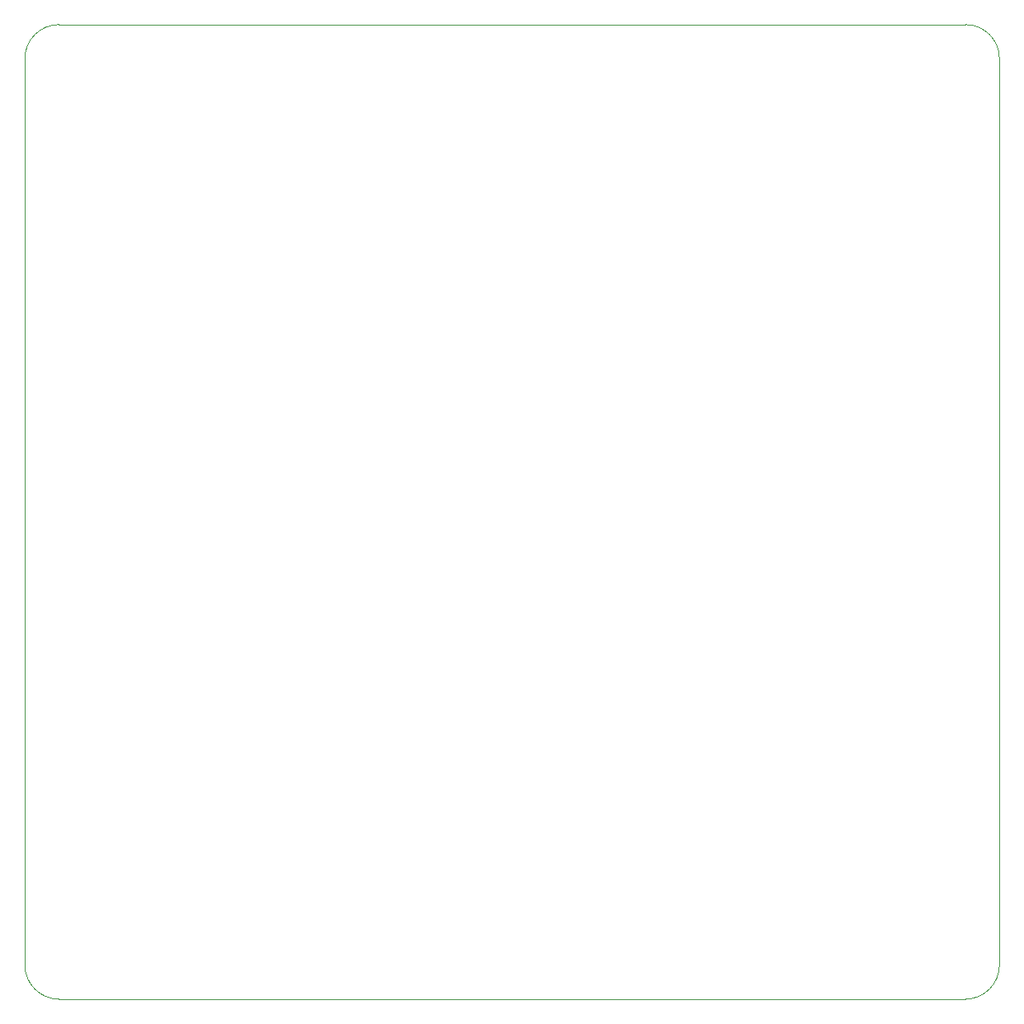
<source format=gbr>
G04 #@! TF.GenerationSoftware,KiCad,Pcbnew,7.0.9*
G04 #@! TF.CreationDate,2024-02-13T07:17:38+03:00*
G04 #@! TF.ProjectId,hellen1-uaefi,68656c6c-656e-4312-9d75-616566692e6b,rev?*
G04 #@! TF.SameCoordinates,PX55d4a80PY8f0d180*
G04 #@! TF.FileFunction,Other,User*
%FSLAX46Y46*%
G04 Gerber Fmt 4.6, Leading zero omitted, Abs format (unit mm)*
G04 Created by KiCad (PCBNEW 7.0.9) date 2024-02-13 07:17:38*
%MOMM*%
%LPD*%
G01*
G04 APERTURE LIST*
%ADD10C,0.100000*%
G04 APERTURE END LIST*
D10*
G04 #@! TO.C,M801*
X0Y96474874D02*
X0Y3474874D01*
X3500000Y-25126D02*
X96500000Y-25126D01*
X96500000Y99974874D02*
X3500000Y99974874D01*
X100000000Y3474874D02*
X100000000Y96474874D01*
X3500000Y99974874D02*
G75*
G03*
X0Y96474874I6J-3500006D01*
G01*
X0Y3474874D02*
G75*
G03*
X3500000Y-25126I3500006J6D01*
G01*
X99999974Y96474874D02*
G75*
G03*
X96500000Y99974874I-3499974J26D01*
G01*
X96500000Y-25100D02*
G75*
G03*
X100000000Y3474874I0J3500000D01*
G01*
G04 #@! TD*
M02*

</source>
